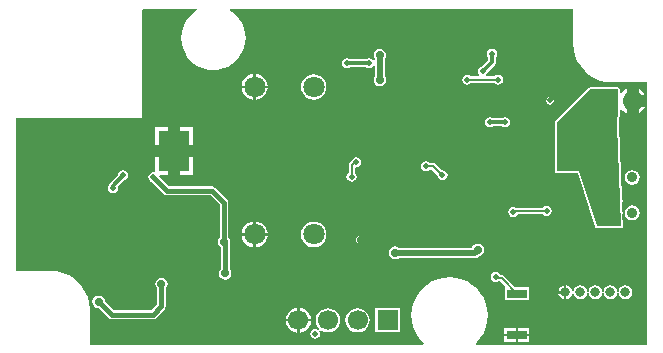
<source format=gbl>
%FSLAX24Y24*%
%MOIN*%
G70*
G01*
G75*
G04 Layer_Physical_Order=2*
G04 Layer_Color=16711680*
%ADD10R,0.0787X0.0492*%
%ADD11O,0.0098X0.0335*%
%ADD12R,0.0532X0.0256*%
%ADD13O,0.0354X0.0157*%
%ADD14R,0.0591X0.0945*%
%ADD15O,0.0354X0.0110*%
%ADD16O,0.0110X0.0354*%
%ADD17R,0.0945X0.0945*%
%ADD18R,0.0591X0.0748*%
%ADD19R,0.0591X0.0591*%
%ADD20R,0.0433X0.0394*%
%ADD21R,0.0276X0.0354*%
%ADD22R,0.0354X0.0276*%
%ADD23R,0.0118X0.0193*%
%ADD24R,0.0118X0.0205*%
%ADD25R,0.0512X0.0591*%
%ADD26C,0.0394*%
%ADD27R,0.0236X0.0394*%
%ADD28R,0.0591X0.0512*%
%ADD29O,0.0532X0.0217*%
%ADD30O,0.0217X0.0532*%
%ADD31R,0.0138X0.0394*%
%ADD32R,0.0512X0.0413*%
%ADD33R,0.0315X0.0394*%
%ADD34R,0.0591X0.0276*%
%ADD35C,0.0079*%
%ADD36C,0.0197*%
%ADD37C,0.0354*%
%ADD38C,0.0276*%
%ADD39C,0.0394*%
%ADD40C,0.0063*%
%ADD41C,0.0118*%
%ADD42C,0.0157*%
%ADD43C,0.0100*%
%ADD44R,0.0787X0.0492*%
%ADD45R,0.1811X0.0197*%
%ADD46R,0.0197X0.2589*%
%ADD47R,0.1004X0.0197*%
%ADD48R,0.0197X0.1969*%
%ADD49C,0.0669*%
%ADD50R,0.0669X0.0669*%
%ADD51C,0.0315*%
%ADD52C,0.0709*%
%ADD53C,0.0197*%
%ADD54C,0.0276*%
%ADD55C,0.0236*%
%ADD56C,0.0354*%
%ADD57R,0.1024X0.1378*%
%ADD58R,0.0669X0.0315*%
G36*
X18691Y-1279D02*
X18691Y-1280D01*
X18689D01*
X18705Y-1482D01*
X18752Y-1679D01*
X18830Y-1866D01*
X18936Y-2039D01*
X19067Y-2193D01*
X19221Y-2324D01*
X19394Y-2430D01*
X19581Y-2508D01*
X19778Y-2555D01*
X19980Y-2571D01*
Y-2569D01*
X19980Y-2569D01*
X21151D01*
Y-3039D01*
X21151Y-3039D01*
Y-3339D01*
X21151Y-3339D01*
Y-11309D01*
X15450D01*
X15433Y-11262D01*
X15466Y-11234D01*
X15596Y-11082D01*
X15700Y-10912D01*
X15776Y-10728D01*
X15823Y-10534D01*
X15839Y-10335D01*
X15823Y-10136D01*
X15776Y-9942D01*
X15700Y-9757D01*
X15596Y-9587D01*
X15466Y-9435D01*
X15314Y-9306D01*
X15144Y-9202D01*
X14960Y-9125D01*
X14766Y-9079D01*
X14567Y-9063D01*
X14368Y-9079D01*
X14174Y-9125D01*
X13990Y-9202D01*
X13819Y-9306D01*
X13668Y-9435D01*
X13538Y-9587D01*
X13434Y-9757D01*
X13358Y-9942D01*
X13311Y-10136D01*
X13295Y-10335D01*
X13311Y-10534D01*
X13358Y-10728D01*
X13434Y-10912D01*
X13538Y-11082D01*
X13668Y-11234D01*
X13701Y-11262D01*
X13683Y-11309D01*
X2569D01*
Y-10138D01*
X2571D01*
X2555Y-9936D01*
X2508Y-9739D01*
X2430Y-9552D01*
X2324Y-9379D01*
X2193Y-9225D01*
X2039Y-9093D01*
X1866Y-8987D01*
X1679Y-8910D01*
X1482Y-8862D01*
X1280Y-8846D01*
Y-8848D01*
X1279Y-8848D01*
X108D01*
Y-3740D01*
X4331Y-3740D01*
X4331Y-144D01*
X4366Y-108D01*
X6138D01*
X6152Y-158D01*
X6062Y-214D01*
X5933Y-323D01*
X5824Y-451D01*
X5736Y-595D01*
X5671Y-751D01*
X5632Y-915D01*
X5619Y-1083D01*
X5632Y-1251D01*
X5671Y-1415D01*
X5736Y-1570D01*
X5824Y-1714D01*
X5933Y-1842D01*
X6062Y-1952D01*
X6205Y-2040D01*
X6361Y-2104D01*
X6525Y-2144D01*
X6693Y-2157D01*
X6861Y-2144D01*
X7025Y-2104D01*
X7181Y-2040D01*
X7324Y-1952D01*
X7452Y-1842D01*
X7562Y-1714D01*
X7650Y-1570D01*
X7715Y-1415D01*
X7754Y-1251D01*
X7767Y-1083D01*
X7754Y-915D01*
X7715Y-751D01*
X7650Y-595D01*
X7562Y-451D01*
X7452Y-323D01*
X7324Y-214D01*
X7234Y-158D01*
X7248Y-108D01*
X18691D01*
Y-1279D01*
D02*
G37*
%LPC*%
G36*
X18386Y-9334D02*
X18333Y-9344D01*
X18255Y-9397D01*
X18203Y-9475D01*
X18192Y-9528D01*
X18386D01*
Y-9334D01*
D02*
G37*
G36*
X15512Y-7941D02*
X15432Y-7957D01*
X15364Y-8002D01*
X15319Y-8070D01*
X15317Y-8079D01*
X12872D01*
X12836Y-8055D01*
X12756Y-8039D01*
X12676Y-8055D01*
X12608Y-8100D01*
X12563Y-8168D01*
X12547Y-8248D01*
X12563Y-8328D01*
X12608Y-8396D01*
X12676Y-8441D01*
X12756Y-8457D01*
X12836Y-8441D01*
X12872Y-8417D01*
X15354D01*
X15404Y-8426D01*
X15468Y-8414D01*
X15523Y-8377D01*
X15549Y-8351D01*
X15592Y-8342D01*
X15659Y-8297D01*
X15705Y-8229D01*
X15721Y-8150D01*
X15705Y-8070D01*
X15659Y-8002D01*
X15592Y-7957D01*
X15512Y-7941D01*
D02*
G37*
G36*
X18465Y-9334D02*
Y-9567D01*
Y-9800D01*
X18517Y-9789D01*
X18595Y-9737D01*
X18648Y-9659D01*
X18656Y-9619D01*
X18707Y-9619D01*
X18714Y-9654D01*
X18763Y-9729D01*
X18838Y-9778D01*
X18925Y-9796D01*
X19013Y-9778D01*
X19087Y-9729D01*
X19137Y-9654D01*
X19139Y-9641D01*
X19148Y-9595D01*
X19175Y-9591D01*
X19202Y-9595D01*
X19211Y-9641D01*
X19214Y-9654D01*
X19263Y-9729D01*
X19338Y-9778D01*
X19425Y-9796D01*
X19513Y-9778D01*
X19587Y-9729D01*
X19637Y-9654D01*
X19639Y-9641D01*
X19648Y-9595D01*
X19675Y-9591D01*
X19702Y-9595D01*
X19711Y-9641D01*
X19714Y-9654D01*
X19763Y-9729D01*
X19838Y-9778D01*
X19925Y-9796D01*
X20013Y-9778D01*
X20087Y-9729D01*
X20137Y-9654D01*
X20139Y-9641D01*
X20148Y-9595D01*
X20175Y-9591D01*
X20202Y-9595D01*
X20211Y-9641D01*
X20214Y-9654D01*
X20263Y-9729D01*
X20338Y-9778D01*
X20425Y-9796D01*
X20513Y-9778D01*
X20587Y-9729D01*
X20637Y-9654D01*
X20654Y-9567D01*
X20637Y-9479D01*
X20587Y-9405D01*
X20513Y-9356D01*
X20425Y-9338D01*
X20338Y-9356D01*
X20263Y-9405D01*
X20214Y-9479D01*
X20211Y-9493D01*
X20202Y-9539D01*
X20175Y-9543D01*
X20148Y-9539D01*
X20139Y-9493D01*
X20137Y-9479D01*
X20087Y-9405D01*
X20013Y-9356D01*
X19925Y-9338D01*
X19838Y-9356D01*
X19763Y-9405D01*
X19714Y-9479D01*
X19711Y-9493D01*
X19702Y-9539D01*
X19675Y-9543D01*
X19648Y-9539D01*
X19639Y-9493D01*
X19637Y-9479D01*
X19587Y-9405D01*
X19513Y-9356D01*
X19425Y-9338D01*
X19338Y-9356D01*
X19263Y-9405D01*
X19214Y-9479D01*
X19211Y-9493D01*
X19202Y-9539D01*
X19175Y-9543D01*
X19148Y-9539D01*
X19139Y-9493D01*
X19137Y-9479D01*
X19087Y-9405D01*
X19013Y-9356D01*
X18925Y-9338D01*
X18838Y-9356D01*
X18763Y-9405D01*
X18714Y-9479D01*
X18707Y-9515D01*
X18656Y-9515D01*
X18648Y-9475D01*
X18595Y-9397D01*
X18517Y-9344D01*
X18465Y-9334D01*
D02*
G37*
G36*
X16102Y-8887D02*
X16038Y-8899D01*
X15983Y-8936D01*
X15947Y-8991D01*
X15934Y-9055D01*
X15947Y-9120D01*
X15983Y-9174D01*
X16038Y-9211D01*
X16102Y-9224D01*
X16167Y-9211D01*
X16179Y-9203D01*
X16254D01*
X16390Y-9339D01*
X16409Y-9382D01*
X16409D01*
X16409Y-9382D01*
Y-9831D01*
X17213D01*
Y-9382D01*
X16740D01*
X16376Y-9018D01*
X16341Y-8994D01*
X16299Y-8986D01*
X16255D01*
X16222Y-8936D01*
X16167Y-8899D01*
X16102Y-8887D01*
D02*
G37*
G36*
X18386Y-9606D02*
X18192D01*
X18203Y-9659D01*
X18255Y-9737D01*
X18333Y-9789D01*
X18386Y-9800D01*
Y-9606D01*
D02*
G37*
G36*
X8031Y-7677D02*
X7639D01*
X7649Y-7751D01*
X7693Y-7856D01*
X7762Y-7947D01*
X7852Y-8016D01*
X7958Y-8060D01*
X8031Y-8069D01*
Y-7677D01*
D02*
G37*
G36*
Y-7206D02*
X7958Y-7216D01*
X7852Y-7260D01*
X7762Y-7329D01*
X7693Y-7419D01*
X7649Y-7525D01*
X7639Y-7598D01*
X8031D01*
Y-7206D01*
D02*
G37*
G36*
X8110D02*
Y-7598D01*
X8502D01*
X8493Y-7525D01*
X8449Y-7419D01*
X8380Y-7329D01*
X8289Y-7260D01*
X8184Y-7216D01*
X8110Y-7206D01*
D02*
G37*
G36*
X11575Y-7676D02*
X11529Y-7685D01*
X11490Y-7711D01*
X11465Y-7750D01*
X11456Y-7795D01*
X11465Y-7841D01*
X11490Y-7880D01*
X11530Y-7919D01*
X11569Y-7945D01*
X11614Y-7954D01*
X11660Y-7945D01*
X11698Y-7919D01*
X11724Y-7880D01*
X11733Y-7835D01*
X11724Y-7789D01*
X11698Y-7750D01*
X11659Y-7711D01*
X11620Y-7685D01*
X11575Y-7676D01*
D02*
G37*
G36*
X8502Y-7677D02*
X8110D01*
Y-8069D01*
X8184Y-8060D01*
X8289Y-8016D01*
X8380Y-7947D01*
X8449Y-7856D01*
X8493Y-7751D01*
X8502Y-7677D01*
D02*
G37*
G36*
X10039Y-7213D02*
X9929Y-7227D01*
X9827Y-7270D01*
X9739Y-7337D01*
X9671Y-7425D01*
X9629Y-7528D01*
X9614Y-7638D01*
X9629Y-7748D01*
X9671Y-7850D01*
X9739Y-7938D01*
X9827Y-8006D01*
X9929Y-8048D01*
X10039Y-8063D01*
X10149Y-8048D01*
X10252Y-8006D01*
X10340Y-7938D01*
X10407Y-7850D01*
X10450Y-7748D01*
X10464Y-7638D01*
X10450Y-7528D01*
X10407Y-7425D01*
X10340Y-7337D01*
X10252Y-7270D01*
X10149Y-7227D01*
X10039Y-7213D01*
D02*
G37*
G36*
X4961Y-9083D02*
X4881Y-9098D01*
X4813Y-9144D01*
X4768Y-9211D01*
X4752Y-9291D01*
X4768Y-9371D01*
X4812Y-9438D01*
Y-9978D01*
X4624Y-10166D01*
X3369D01*
X3082Y-9880D01*
X3067Y-9802D01*
X3022Y-9734D01*
X2954Y-9689D01*
X2874Y-9673D01*
X2794Y-9689D01*
X2726Y-9734D01*
X2681Y-9802D01*
X2665Y-9882D01*
X2681Y-9962D01*
X2726Y-10029D01*
X2794Y-10075D01*
X2872Y-10090D01*
X3202Y-10420D01*
X3250Y-10452D01*
X3307Y-10463D01*
X3307Y-10463D01*
X4685D01*
X4685Y-10463D01*
X4742Y-10452D01*
X4790Y-10420D01*
X5066Y-10144D01*
X5098Y-10096D01*
X5109Y-10039D01*
Y-9438D01*
X5153Y-9371D01*
X5169Y-9291D01*
X5153Y-9211D01*
X5108Y-9144D01*
X5041Y-9098D01*
X4961Y-9083D01*
D02*
G37*
G36*
X17224Y-10748D02*
X16850D01*
Y-10945D01*
X17224D01*
Y-10748D01*
D02*
G37*
G36*
X9492Y-10539D02*
X9120D01*
X9129Y-10608D01*
X9170Y-10708D01*
X9237Y-10795D01*
X9323Y-10861D01*
X9424Y-10903D01*
X9492Y-10912D01*
Y-10539D01*
D02*
G37*
G36*
X16772Y-10748D02*
X16398D01*
Y-10945D01*
X16772D01*
Y-10748D01*
D02*
G37*
G36*
Y-11024D02*
X16398D01*
Y-11220D01*
X16772D01*
Y-11024D01*
D02*
G37*
G36*
X17224D02*
X16850D01*
Y-11220D01*
X17224D01*
Y-11024D01*
D02*
G37*
G36*
X9943Y-10539D02*
X9571D01*
Y-10912D01*
X9639Y-10903D01*
X9740Y-10861D01*
X9826Y-10795D01*
X9893Y-10708D01*
X9934Y-10608D01*
X9943Y-10539D01*
D02*
G37*
G36*
X9492Y-10088D02*
X9424Y-10097D01*
X9323Y-10139D01*
X9237Y-10205D01*
X9170Y-10292D01*
X9129Y-10392D01*
X9120Y-10461D01*
X9492D01*
Y-10088D01*
D02*
G37*
G36*
X9571D02*
Y-10461D01*
X9943D01*
X9934Y-10392D01*
X9893Y-10292D01*
X9826Y-10205D01*
X9740Y-10139D01*
X9639Y-10097D01*
X9571Y-10088D01*
D02*
G37*
G36*
X10516Y-10095D02*
X10411Y-10109D01*
X10313Y-10149D01*
X10229Y-10214D01*
X10165Y-10297D01*
X10125Y-10395D01*
X10111Y-10500D01*
X10125Y-10605D01*
X10165Y-10703D01*
X10218Y-10772D01*
Y-10772D01*
X10219Y-10773D01*
X10219Y-10773D01*
X10219Y-10773D01*
X10219Y-10773D01*
X10219Y-10773D01*
X10216Y-10777D01*
X10214Y-10779D01*
X10186Y-10809D01*
X10185Y-10809D01*
X10185Y-10810D01*
X10185Y-10810D01*
X10184Y-10810D01*
X10182Y-10808D01*
X10182D01*
X10153Y-10789D01*
X10089Y-10776D01*
X10024Y-10789D01*
X9969Y-10826D01*
X9933Y-10880D01*
X9920Y-10945D01*
X9933Y-11009D01*
X9969Y-11064D01*
X10024Y-11101D01*
X10089Y-11113D01*
X10153Y-11101D01*
X10208Y-11064D01*
X10244Y-11009D01*
X10257Y-10945D01*
X10244Y-10880D01*
X10220Y-10845D01*
Y-10845D01*
X10218Y-10841D01*
X10218Y-10841D01*
X10218Y-10840D01*
X10218Y-10840D01*
X10219Y-10840D01*
X10250Y-10810D01*
X10250Y-10810D01*
X10252Y-10808D01*
X10252Y-10808D01*
X10252Y-10808D01*
X10255Y-10806D01*
X10255Y-10806D01*
X10255Y-10806D01*
X10256Y-10807D01*
X10256Y-10807D01*
X10313Y-10851D01*
X10411Y-10891D01*
X10516Y-10905D01*
X10621Y-10891D01*
X10718Y-10851D01*
X10802Y-10786D01*
X10867Y-10703D01*
X10907Y-10605D01*
X10921Y-10500D01*
X10907Y-10395D01*
X10867Y-10297D01*
X10802Y-10214D01*
X10718Y-10149D01*
X10621Y-10109D01*
X10516Y-10095D01*
D02*
G37*
G36*
X11500D02*
X11395Y-10109D01*
X11297Y-10149D01*
X11214Y-10214D01*
X11149Y-10297D01*
X11109Y-10395D01*
X11095Y-10500D01*
X11109Y-10605D01*
X11149Y-10703D01*
X11214Y-10786D01*
X11297Y-10851D01*
X11395Y-10891D01*
X11500Y-10905D01*
X11605Y-10891D01*
X11703Y-10851D01*
X11786Y-10786D01*
X11851Y-10703D01*
X11891Y-10605D01*
X11905Y-10500D01*
X11891Y-10395D01*
X11851Y-10297D01*
X11786Y-10214D01*
X11703Y-10149D01*
X11605Y-10109D01*
X11500Y-10095D01*
D02*
G37*
G36*
X12902Y-10098D02*
X12098D01*
Y-10902D01*
X12902D01*
Y-10098D01*
D02*
G37*
G36*
X20659Y-6670D02*
X20564Y-6689D01*
X20483Y-6743D01*
X20430Y-6824D01*
X20411Y-6919D01*
X20430Y-7015D01*
X20483Y-7095D01*
X20564Y-7149D01*
X20659Y-7168D01*
X20755Y-7149D01*
X20835Y-7095D01*
X20889Y-7015D01*
X20908Y-6919D01*
X20889Y-6824D01*
X20835Y-6743D01*
X20755Y-6689D01*
X20659Y-6670D01*
D02*
G37*
G36*
X8502Y-2756D02*
X8110D01*
Y-3148D01*
X8184Y-3138D01*
X8289Y-3095D01*
X8380Y-3025D01*
X8449Y-2935D01*
X8493Y-2830D01*
X8502Y-2756D01*
D02*
G37*
G36*
X10039Y-2292D02*
X9929Y-2306D01*
X9827Y-2349D01*
X9739Y-2416D01*
X9671Y-2504D01*
X9629Y-2607D01*
X9614Y-2717D01*
X9629Y-2827D01*
X9671Y-2929D01*
X9739Y-3017D01*
X9827Y-3085D01*
X9929Y-3127D01*
X10039Y-3141D01*
X10149Y-3127D01*
X10252Y-3085D01*
X10340Y-3017D01*
X10407Y-2929D01*
X10450Y-2827D01*
X10464Y-2717D01*
X10450Y-2607D01*
X10407Y-2504D01*
X10340Y-2416D01*
X10252Y-2349D01*
X10149Y-2306D01*
X10039Y-2292D01*
D02*
G37*
G36*
X20866Y-2780D02*
Y-2992D01*
X21078D01*
X21065Y-2961D01*
X20992Y-2866D01*
X20898Y-2793D01*
X20866Y-2780D01*
D02*
G37*
G36*
X21078Y-3386D02*
X20866D01*
Y-3598D01*
X20898Y-3584D01*
X20992Y-3512D01*
X21065Y-3417D01*
X21078Y-3386D01*
D02*
G37*
G36*
X17913Y-3040D02*
X17868Y-3049D01*
X17829Y-3075D01*
X17803Y-3114D01*
X17794Y-3159D01*
Y-3189D01*
X17803Y-3235D01*
X17829Y-3273D01*
X17868Y-3299D01*
X17913Y-3308D01*
X17959Y-3299D01*
X17998Y-3273D01*
X18024Y-3235D01*
X18033Y-3189D01*
Y-3159D01*
X18024Y-3114D01*
X17998Y-3075D01*
X17959Y-3049D01*
X17913Y-3040D01*
D02*
G37*
G36*
X8031Y-2756D02*
X7639D01*
X7649Y-2830D01*
X7693Y-2935D01*
X7762Y-3025D01*
X7852Y-3095D01*
X7958Y-3138D01*
X8031Y-3148D01*
Y-2756D01*
D02*
G37*
G36*
X14724Y-2361D02*
X14679Y-2370D01*
X14640Y-2396D01*
X14614Y-2435D01*
X14605Y-2480D01*
X14614Y-2526D01*
X14640Y-2565D01*
Y-2565D01*
X14679Y-2590D01*
X14724Y-2600D01*
X14770Y-2590D01*
X14809Y-2565D01*
X14835Y-2526D01*
X14844Y-2480D01*
X14835Y-2435D01*
X14809Y-2396D01*
X14809D01*
X14770Y-2370D01*
X14724Y-2361D01*
D02*
G37*
G36*
X15984Y-1446D02*
X15920Y-1458D01*
X15865Y-1495D01*
X15828Y-1550D01*
X15816Y-1614D01*
X15828Y-1679D01*
X15856Y-1720D01*
Y-1837D01*
X15653Y-2039D01*
X15605Y-2049D01*
X15550Y-2086D01*
X15514Y-2140D01*
X15501Y-2205D01*
X15514Y-2269D01*
X15549Y-2322D01*
X15546Y-2334D01*
X15532Y-2372D01*
X15284D01*
X15277Y-2361D01*
X15222Y-2325D01*
X15157Y-2312D01*
X15093Y-2325D01*
X15038Y-2361D01*
X15002Y-2416D01*
X14989Y-2480D01*
X15002Y-2545D01*
X15038Y-2600D01*
X15093Y-2636D01*
X15157Y-2649D01*
X15222Y-2636D01*
X15277Y-2600D01*
X15284Y-2589D01*
X16055D01*
X16062Y-2600D01*
X16117Y-2636D01*
X16181Y-2649D01*
X16246Y-2636D01*
X16300Y-2600D01*
X16337Y-2545D01*
X16350Y-2480D01*
X16337Y-2416D01*
X16300Y-2361D01*
X16246Y-2325D01*
X16181Y-2312D01*
X16117Y-2325D01*
X16062Y-2361D01*
X16055Y-2372D01*
X15807D01*
X15792Y-2334D01*
X15790Y-2322D01*
X15825Y-2269D01*
X15835Y-2221D01*
X16075Y-1981D01*
X16103Y-1939D01*
X16113Y-1890D01*
Y-1720D01*
X16140Y-1679D01*
X16153Y-1614D01*
X16140Y-1550D01*
X16103Y-1495D01*
X16049Y-1458D01*
X15984Y-1446D01*
D02*
G37*
G36*
X12244Y-1445D02*
X12164Y-1461D01*
X12097Y-1506D01*
X12051Y-1574D01*
X12035Y-1654D01*
X12051Y-1733D01*
X12076Y-1770D01*
Y-1819D01*
X12026Y-1835D01*
X12009Y-1810D01*
X11954Y-1773D01*
X11890Y-1761D01*
X11825Y-1773D01*
X11784Y-1801D01*
X11247D01*
X11206Y-1773D01*
X11142Y-1761D01*
X11077Y-1773D01*
X11023Y-1810D01*
X10986Y-1865D01*
X10973Y-1929D01*
X10986Y-1994D01*
X11023Y-2048D01*
X11077Y-2085D01*
X11142Y-2098D01*
X11206Y-2085D01*
X11247Y-2058D01*
X11784D01*
X11825Y-2085D01*
X11890Y-2098D01*
X11954Y-2085D01*
X12009Y-2048D01*
X12026Y-2024D01*
X12076Y-2039D01*
Y-2364D01*
X12051Y-2400D01*
X12035Y-2480D01*
X12051Y-2560D01*
X12097Y-2628D01*
X12164Y-2673D01*
X12244Y-2689D01*
X12324Y-2673D01*
X12392Y-2628D01*
X12437Y-2560D01*
X12453Y-2480D01*
X12437Y-2400D01*
X12413Y-2364D01*
Y-1770D01*
X12437Y-1733D01*
X12453Y-1654D01*
X12437Y-1574D01*
X12392Y-1506D01*
X12324Y-1461D01*
X12244Y-1445D01*
D02*
G37*
G36*
X8031Y-2285D02*
X7958Y-2295D01*
X7852Y-2338D01*
X7762Y-2408D01*
X7693Y-2498D01*
X7649Y-2603D01*
X7639Y-2677D01*
X8031D01*
Y-2285D01*
D02*
G37*
G36*
X8110D02*
Y-2677D01*
X8502D01*
X8493Y-2603D01*
X8449Y-2498D01*
X8380Y-2408D01*
X8289Y-2338D01*
X8184Y-2295D01*
X8110Y-2285D01*
D02*
G37*
G36*
X13465Y-2361D02*
X13419Y-2370D01*
X13380Y-2396D01*
X13354Y-2435D01*
X13345Y-2480D01*
X13354Y-2526D01*
X13380Y-2565D01*
Y-2565D01*
X13419Y-2590D01*
X13465Y-2600D01*
X13510Y-2590D01*
X13549Y-2565D01*
X13575Y-2526D01*
X13584Y-2480D01*
X13575Y-2435D01*
X13549Y-2396D01*
X13549D01*
X13510Y-2370D01*
X13465Y-2361D01*
D02*
G37*
G36*
X13780Y-5196D02*
X13715Y-5208D01*
X13660Y-5245D01*
X13624Y-5300D01*
X13611Y-5364D01*
X13624Y-5429D01*
X13660Y-5483D01*
X13715Y-5520D01*
X13780Y-5533D01*
X13844Y-5520D01*
X13899Y-5483D01*
X13906Y-5473D01*
X13981D01*
X14165Y-5657D01*
X14162Y-5669D01*
X14175Y-5734D01*
X14211Y-5788D01*
X14266Y-5825D01*
X14331Y-5838D01*
X14395Y-5825D01*
X14450Y-5788D01*
X14486Y-5734D01*
X14499Y-5669D01*
X14486Y-5605D01*
X14450Y-5550D01*
X14395Y-5514D01*
X14331Y-5501D01*
X14318Y-5503D01*
X14102Y-5288D01*
X14067Y-5264D01*
X14026Y-5256D01*
X13906D01*
X13899Y-5245D01*
X13844Y-5208D01*
X13780Y-5196D01*
D02*
G37*
G36*
X6004Y-5059D02*
X5571D01*
Y-5669D01*
X6004D01*
Y-5059D01*
D02*
G37*
G36*
X20659Y-5489D02*
X20564Y-5508D01*
X20483Y-5562D01*
X20430Y-5643D01*
X20411Y-5738D01*
X20430Y-5833D01*
X20483Y-5914D01*
X20564Y-5968D01*
X20659Y-5987D01*
X20755Y-5968D01*
X20835Y-5914D01*
X20889Y-5833D01*
X20908Y-5738D01*
X20889Y-5643D01*
X20835Y-5562D01*
X20755Y-5508D01*
X20659Y-5489D01*
D02*
G37*
G36*
X17801Y-6690D02*
X17736Y-6703D01*
X17682Y-6739D01*
X17674Y-6750D01*
X16781D01*
X16757Y-6734D01*
X16693Y-6721D01*
X16628Y-6734D01*
X16574Y-6771D01*
X16537Y-6825D01*
X16524Y-6890D01*
X16537Y-6954D01*
X16574Y-7009D01*
X16628Y-7046D01*
X16693Y-7058D01*
X16757Y-7046D01*
X16812Y-7009D01*
X16840Y-6967D01*
X17674D01*
X17682Y-6977D01*
X17736Y-7014D01*
X17801Y-7027D01*
X17865Y-7014D01*
X17920Y-6977D01*
X17957Y-6923D01*
X17969Y-6858D01*
X17957Y-6794D01*
X17920Y-6739D01*
X17865Y-6703D01*
X17801Y-6690D01*
D02*
G37*
G36*
X3683Y-5501D02*
X3619Y-5514D01*
X3564Y-5550D01*
X3527Y-5605D01*
X3518Y-5653D01*
X3256Y-5915D01*
X3228Y-5957D01*
X3221Y-5993D01*
X3191Y-6038D01*
X3178Y-6102D01*
X3191Y-6167D01*
X3227Y-6222D01*
X3282Y-6258D01*
X3346Y-6271D01*
X3411Y-6258D01*
X3466Y-6222D01*
X3502Y-6167D01*
X3515Y-6102D01*
X3502Y-6038D01*
X3500Y-6034D01*
X3699Y-5835D01*
X3748Y-5825D01*
X3802Y-5788D01*
X3839Y-5734D01*
X3852Y-5669D01*
X3839Y-5605D01*
X3802Y-5550D01*
X3748Y-5514D01*
X3683Y-5501D01*
D02*
G37*
G36*
X5177Y-5059D02*
X4744D01*
Y-5539D01*
X4705Y-5571D01*
X4695Y-5568D01*
X4630Y-5581D01*
X4576Y-5618D01*
X4539Y-5672D01*
X4526Y-5737D01*
X4539Y-5802D01*
X4576Y-5856D01*
X4630Y-5893D01*
X4643Y-5895D01*
X5034Y-6286D01*
X5034Y-6286D01*
X5082Y-6318D01*
X5139Y-6330D01*
X6592D01*
X6899Y-6636D01*
Y-7728D01*
X6854Y-7794D01*
X6839Y-7874D01*
X6854Y-7954D01*
X6900Y-8022D01*
X6938Y-8047D01*
Y-8791D01*
X6894Y-8857D01*
X6878Y-8937D01*
X6894Y-9017D01*
X6939Y-9085D01*
X7007Y-9130D01*
X7087Y-9146D01*
X7166Y-9130D01*
X7234Y-9085D01*
X7279Y-9017D01*
X7295Y-8937D01*
X7279Y-8857D01*
X7235Y-8791D01*
Y-7961D01*
X7240Y-7954D01*
X7256Y-7874D01*
X7240Y-7794D01*
X7196Y-7728D01*
Y-6575D01*
X7184Y-6518D01*
X7152Y-6470D01*
X7152Y-6470D01*
X6759Y-6076D01*
X6710Y-6044D01*
X6654Y-6033D01*
X6654Y-6033D01*
X5200D01*
X4887Y-5719D01*
X4908Y-5669D01*
X5177D01*
Y-5059D01*
D02*
G37*
G36*
X16417Y-3729D02*
X16353Y-3742D01*
X16312Y-3769D01*
X16011D01*
X15970Y-3742D01*
X15906Y-3729D01*
X15841Y-3742D01*
X15786Y-3778D01*
X15750Y-3833D01*
X15737Y-3898D01*
X15750Y-3962D01*
X15786Y-4017D01*
X15841Y-4053D01*
X15906Y-4066D01*
X15970Y-4053D01*
X16011Y-4026D01*
X16312D01*
X16353Y-4053D01*
X16417Y-4066D01*
X16482Y-4053D01*
X16537Y-4017D01*
X16573Y-3962D01*
X16586Y-3898D01*
X16573Y-3833D01*
X16537Y-3778D01*
X16482Y-3742D01*
X16417Y-3729D01*
D02*
G37*
G36*
X19262Y-2737D02*
X19250Y-2739D01*
X19237Y-2742D01*
X19237Y-2742D01*
X19236Y-2742D01*
X19225Y-2749D01*
X19215Y-2756D01*
X18102Y-3829D01*
X18102Y-3829D01*
X18101Y-3830D01*
X18094Y-3840D01*
X18087Y-3851D01*
X18087Y-3851D01*
X18087Y-3852D01*
X18084Y-3864D01*
X18081Y-3877D01*
X18081Y-3877D01*
X18081Y-3878D01*
Y-5531D01*
X18087Y-5558D01*
X18101Y-5580D01*
X18123Y-5595D01*
X18150Y-5600D01*
X18848D01*
X19423Y-7383D01*
X19425Y-7386D01*
X19425Y-7388D01*
X19431Y-7397D01*
X19436Y-7406D01*
X19438Y-7408D01*
X19440Y-7410D01*
X19449Y-7416D01*
X19457Y-7423D01*
X19460Y-7424D01*
X19462Y-7425D01*
X19472Y-7427D01*
X19483Y-7430D01*
X19485Y-7430D01*
X19488Y-7430D01*
X20276D01*
X20277Y-7430D01*
X20278Y-7430D01*
X20290Y-7428D01*
X20302Y-7425D01*
X20303Y-7425D01*
X20304Y-7424D01*
X20314Y-7417D01*
X20324Y-7410D01*
X20325Y-7409D01*
X20325Y-7409D01*
X20332Y-7398D01*
X20339Y-7388D01*
X20339Y-7387D01*
X20340Y-7386D01*
X20341Y-7374D01*
X20344Y-7362D01*
X20344Y-7361D01*
X20344Y-7360D01*
X20329Y-6946D01*
X20337Y-6909D01*
X20326Y-6858D01*
X20318Y-6610D01*
X20321Y-6605D01*
X20337Y-6526D01*
X20321Y-6446D01*
X20312Y-6432D01*
X20227Y-3974D01*
X20245Y-3462D01*
X20275Y-3446D01*
X20280Y-3446D01*
X20295Y-3445D01*
X20346Y-3512D01*
X20441Y-3584D01*
X20472Y-3598D01*
Y-3189D01*
Y-2780D01*
X20441Y-2793D01*
X20346Y-2866D01*
X20287Y-2943D01*
X20237Y-2926D01*
X20235Y-2804D01*
X20233Y-2792D01*
X20230Y-2779D01*
X20230Y-2779D01*
X20230Y-2778D01*
X20222Y-2768D01*
X20215Y-2757D01*
X20215Y-2757D01*
X20214Y-2756D01*
X20204Y-2749D01*
X20193Y-2742D01*
X20193Y-2742D01*
X20192Y-2742D01*
X20180Y-2739D01*
X20167Y-2737D01*
X19262Y-2737D01*
D02*
G37*
G36*
X6004Y-4055D02*
X5571D01*
Y-4665D01*
X6004D01*
Y-4055D01*
D02*
G37*
G36*
X11457Y-5068D02*
X11392Y-5080D01*
X11337Y-5117D01*
X11302Y-5171D01*
X11228Y-5244D01*
X11207Y-5277D01*
X11199Y-5315D01*
Y-5577D01*
X11180Y-5589D01*
X11143Y-5644D01*
X11131Y-5709D01*
X11143Y-5773D01*
X11180Y-5828D01*
X11235Y-5864D01*
X11299Y-5877D01*
X11364Y-5864D01*
X11418Y-5828D01*
X11455Y-5773D01*
X11468Y-5709D01*
X11455Y-5644D01*
X11418Y-5589D01*
X11400Y-5577D01*
Y-5433D01*
X11438Y-5401D01*
X11457Y-5405D01*
X11521Y-5392D01*
X11576Y-5355D01*
X11612Y-5301D01*
X11625Y-5236D01*
X11612Y-5172D01*
X11576Y-5117D01*
X11521Y-5080D01*
X11457Y-5068D01*
D02*
G37*
G36*
X5177Y-4055D02*
X4744D01*
Y-4665D01*
X5177D01*
Y-4055D01*
D02*
G37*
%LPD*%
G36*
X20167Y-2805D02*
X20177Y-3448D01*
X20159Y-3974D01*
X20276Y-7362D01*
X19488D01*
X18898Y-5531D01*
X18150D01*
Y-3878D01*
X19262Y-2805D01*
X20167Y-2805D01*
D02*
G37*
D35*
X13780Y-5364D02*
X14026D01*
X14331Y-5669D01*
X14331D01*
X16724Y-6858D02*
X17803D01*
X16693Y-6890D02*
X16724Y-6858D01*
X16102Y-9055D02*
X16102D01*
X16142Y-9016D01*
X16102Y-9094D02*
X16299D01*
X16142Y-9055D02*
Y-9016D01*
X16102Y-9094D02*
X16142Y-9055D01*
X16299Y-9094D02*
X16811Y-9606D01*
X15157Y-2480D02*
X16181D01*
D36*
X12756Y-8248D02*
X15394D01*
X15404Y-8258D01*
X15512Y-8150D01*
X12244Y-2480D02*
Y-1654D01*
D40*
X11299Y-5315D02*
X11417Y-5197D01*
X11457Y-5236D01*
X11299Y-5709D02*
Y-5315D01*
D41*
X15906Y-3898D02*
X16417D01*
X16417Y-3898D01*
X15669Y-2205D02*
X15984Y-1890D01*
Y-1614D01*
X11142Y-1929D02*
X11890D01*
X3346Y-6102D02*
Y-6006D01*
X3683Y-5669D01*
D42*
X3307Y-10315D02*
X4685D01*
X2874Y-9882D02*
X3307Y-10315D01*
X4685D02*
X4961Y-10039D01*
X7087Y-8937D02*
Y-7913D01*
X7047Y-7874D02*
Y-6575D01*
X6654Y-6181D02*
X7047Y-6575D01*
X5139Y-6181D02*
X6654D01*
X4695Y-5737D02*
X5139Y-6181D01*
X4961Y-10039D02*
Y-9291D01*
D43*
X17913Y-3189D02*
Y-3159D01*
X11575Y-7795D02*
X11614Y-7835D01*
X14724Y-2480D02*
X14724Y-2480D01*
X13465Y-2480D02*
X13465Y-2480D01*
D49*
X9531Y-10500D02*
D03*
X10516D02*
D03*
X11500D02*
D03*
X20669Y-3189D02*
D03*
D50*
X12500Y-10500D02*
D03*
X19669Y-3189D02*
D03*
D51*
X18425Y-9567D02*
D03*
X18925D02*
D03*
X19425D02*
D03*
X19925D02*
D03*
X20425D02*
D03*
D52*
X10039Y-7638D02*
D03*
Y-2717D02*
D03*
X8071D02*
D03*
Y-7638D02*
D03*
D53*
X14350Y-4843D02*
D03*
X14783Y-5285D02*
D03*
X16329Y-8642D02*
D03*
X10246Y-5699D02*
D03*
X9331Y-6644D02*
D03*
X11516Y-9006D02*
D03*
X10285Y-9567D02*
D03*
X9094Y-8937D02*
D03*
X8701Y-9596D02*
D03*
X9537Y-9911D02*
D03*
X9528Y-11033D02*
D03*
X14124Y-7726D02*
D03*
X12884Y-7707D02*
D03*
X11535Y-984D02*
D03*
X11220D02*
D03*
X14843Y-1457D02*
D03*
Y-945D02*
D03*
X4665Y-7717D02*
D03*
Y-7126D02*
D03*
X4075Y-7717D02*
D03*
Y-7126D02*
D03*
X4370Y-7421D02*
D03*
X1486Y-5492D02*
D03*
Y-3917D02*
D03*
X1171Y-5197D02*
D03*
X1161Y-4203D02*
D03*
X256Y-3927D02*
D03*
X14016Y-6339D02*
D03*
X12756Y-5787D02*
D03*
X12795Y-4724D02*
D03*
X11457Y-4252D02*
D03*
X10748D02*
D03*
X10984Y-7244D02*
D03*
X10748Y-8425D02*
D03*
X8701Y-6260D02*
D03*
X7520Y-6220D02*
D03*
X2008Y-4528D02*
D03*
X2402Y-9094D02*
D03*
X3465Y-10984D02*
D03*
X4882Y-10709D02*
D03*
X5669Y-9882D02*
D03*
X6102Y-10984D02*
D03*
X7795D02*
D03*
X8976Y-10118D02*
D03*
X10089Y-10945D02*
D03*
X11703Y-9715D02*
D03*
X11506Y-11083D02*
D03*
X13071Y-11024D02*
D03*
X12638Y-9961D02*
D03*
X12441Y-8858D02*
D03*
X14134Y-8839D02*
D03*
X16220Y-10984D02*
D03*
X16772Y-10394D02*
D03*
X17756Y-11063D02*
D03*
X19291Y-10709D02*
D03*
X20709Y-11024D02*
D03*
X20315Y-10118D02*
D03*
X20787Y-9134D02*
D03*
X19843Y-8386D02*
D03*
X18740Y-7992D02*
D03*
X16614Y-7559D02*
D03*
X15709Y-7677D02*
D03*
X15945Y-6811D02*
D03*
X20787Y-3976D02*
D03*
X18937Y-2598D02*
D03*
X16220Y-5709D02*
D03*
X16535Y-4567D02*
D03*
X16811Y-2677D02*
D03*
X17047Y-276D02*
D03*
X15866Y-236D02*
D03*
X14724D02*
D03*
X12638Y-1102D02*
D03*
X11929Y-984D02*
D03*
X10472Y-394D02*
D03*
X10315Y-1378D02*
D03*
X10591Y-2047D02*
D03*
X10906Y-3031D02*
D03*
X11417Y-3661D02*
D03*
X10315D02*
D03*
X9173Y-4606D02*
D03*
X9213Y-3622D02*
D03*
X9764Y-1024D02*
D03*
X9016Y-1732D02*
D03*
X9173Y-394D02*
D03*
X8268Y-1063D02*
D03*
X8031Y-315D02*
D03*
X7874Y-1890D02*
D03*
X8031Y-3622D02*
D03*
X8386Y-4331D02*
D03*
X8307Y-5157D02*
D03*
X7205Y-3819D02*
D03*
X7402Y-4606D02*
D03*
X7205Y-5354D02*
D03*
X6496Y-4764D02*
D03*
X5709Y-4449D02*
D03*
X6969Y-2559D02*
D03*
X6575Y-3346D02*
D03*
X5945Y-3937D02*
D03*
X5354Y-3189D02*
D03*
X5866Y-2520D02*
D03*
X5118Y-2283D02*
D03*
X5236Y-1260D02*
D03*
X5394Y-512D02*
D03*
X2756Y-3858D02*
D03*
X2165D02*
D03*
X4449Y-3110D02*
D03*
Y-1890D02*
D03*
Y-1260D02*
D03*
X17717Y-5354D02*
D03*
X18317Y-6575D02*
D03*
X18583Y-6467D02*
D03*
X17953Y-5315D02*
D03*
X17451Y-5335D02*
D03*
X827Y-8740D02*
D03*
X1250Y-8661D02*
D03*
X4449Y-236D02*
D03*
Y-709D02*
D03*
Y-2559D02*
D03*
X984Y-4685D02*
D03*
X1250Y-8031D02*
D03*
X236Y-8740D02*
D03*
X630Y-6417D02*
D03*
X256Y-6181D02*
D03*
Y-5748D02*
D03*
Y-5157D02*
D03*
Y-4498D02*
D03*
X13780Y-5364D02*
D03*
X17913Y-3159D02*
D03*
X5758Y-5266D02*
D03*
X6280Y-6496D02*
D03*
X3711Y-8287D02*
D03*
X4055Y-9764D02*
D03*
X3307D02*
D03*
X6772Y-9823D02*
D03*
X1781Y-5837D02*
D03*
X1978Y-8100D02*
D03*
X1575Y-7894D02*
D03*
X1250Y-7579D02*
D03*
Y-7067D02*
D03*
Y-6535D02*
D03*
X18199Y-9823D02*
D03*
X18081Y-9567D02*
D03*
X9114Y-8435D02*
D03*
X9508Y-8081D02*
D03*
X7087Y-10187D02*
D03*
X7402Y-9823D02*
D03*
X2077Y-6614D02*
D03*
X2333Y-8228D02*
D03*
X2854Y-5591D02*
D03*
Y-4961D02*
D03*
X3287Y-3976D02*
D03*
X4193Y-3967D02*
D03*
X5404Y-4961D02*
D03*
X6634Y-7244D02*
D03*
X6644Y-6811D02*
D03*
X8652Y-7333D02*
D03*
X8661Y-2717D02*
D03*
X13553Y-433D02*
D03*
X13287Y-1447D02*
D03*
X13947D02*
D03*
X18386Y-3386D02*
D03*
X17441Y-3602D02*
D03*
X18150Y-6870D02*
D03*
X17801Y-6858D02*
D03*
X12008Y-7008D02*
D03*
X11535Y-6693D02*
D03*
X14331Y-2874D02*
D03*
X13976Y-2480D02*
D03*
X15669Y-4803D02*
D03*
Y-4488D02*
D03*
X15246Y-4193D02*
D03*
X11457Y-5236D02*
D03*
X11299Y-5709D02*
D03*
X16102Y-9055D02*
D03*
X6260Y-7520D02*
D03*
X16693Y-6890D02*
D03*
X14331Y-5669D02*
D03*
X16181Y-2480D02*
D03*
X15157D02*
D03*
X15787Y-1220D02*
D03*
X11378Y-315D02*
D03*
X11142D02*
D03*
X15906Y-3898D02*
D03*
X16417Y-3898D02*
D03*
X15669Y-2205D02*
D03*
X15984Y-1614D02*
D03*
X11142Y-1929D02*
D03*
X11890D02*
D03*
X2008Y-8543D02*
D03*
X4695Y-5737D02*
D03*
X3346Y-6102D02*
D03*
X3683Y-5669D02*
D03*
X3907Y-5492D02*
D03*
X2520Y-5276D02*
D03*
X2126Y-6969D02*
D03*
X2362Y-6575D02*
D03*
X2421Y-5965D02*
D03*
X2087Y-6260D02*
D03*
X4843Y-8701D02*
D03*
X3701Y-8661D02*
D03*
X4488Y-9764D02*
D03*
X2638Y-6575D02*
D03*
Y-8051D02*
D03*
Y-7333D02*
D03*
X17254Y-5896D02*
D03*
D54*
X12756Y-8248D02*
D03*
X19744Y-6732D02*
D03*
X20128Y-6909D02*
D03*
Y-6526D02*
D03*
X7087Y-8937D02*
D03*
X15512Y-8150D02*
D03*
X12244Y-1654D02*
D03*
Y-2480D02*
D03*
X11614Y-7835D02*
D03*
X14724Y-2480D02*
D03*
X13465D02*
D03*
X12992D02*
D03*
X7047Y-7874D02*
D03*
X2874Y-9882D02*
D03*
X4961Y-9291D02*
D03*
X11998Y-7470D02*
D03*
D55*
X18366Y-453D02*
D03*
X16693Y-1772D02*
D03*
X16358Y-1407D02*
D03*
D56*
X20659Y-5738D02*
D03*
Y-6919D02*
D03*
D57*
X18681Y-4823D02*
D03*
X5374Y-4862D02*
D03*
D58*
X16811Y-10984D02*
D03*
Y-9606D02*
D03*
M02*

</source>
